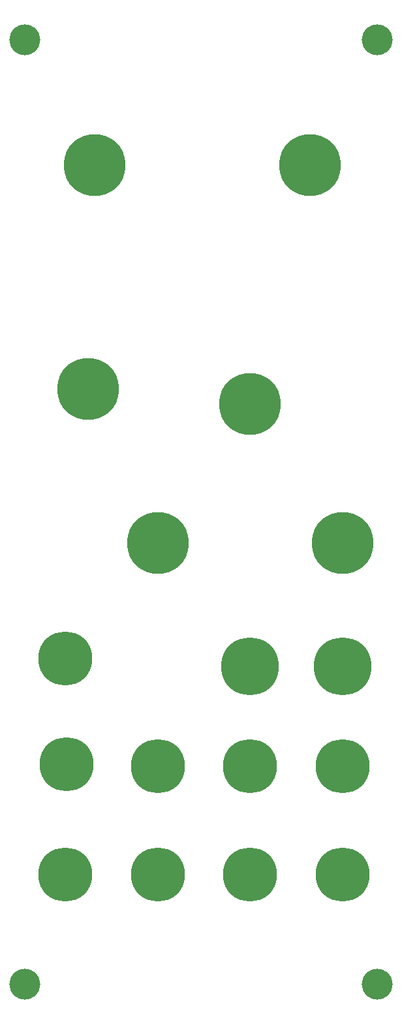
<source format=gbr>
%TF.GenerationSoftware,KiCad,Pcbnew,8.0.0*%
%TF.CreationDate,2024-05-14T17:12:12+02:00*%
%TF.ProjectId,VCO-3340-panel,56434f2d-3333-4343-902d-70616e656c2e,rev?*%
%TF.SameCoordinates,Original*%
%TF.FileFunction,Copper,L1,Top*%
%TF.FilePolarity,Positive*%
%FSLAX46Y46*%
G04 Gerber Fmt 4.6, Leading zero omitted, Abs format (unit mm)*
G04 Created by KiCad (PCBNEW 8.0.0) date 2024-05-14 17:12:12*
%MOMM*%
%LPD*%
G01*
G04 APERTURE LIST*
%TA.AperFunction,ViaPad*%
%ADD10C,4.000000*%
%TD*%
%TA.AperFunction,ViaPad*%
%ADD11C,7.000000*%
%TD*%
%TA.AperFunction,ViaPad*%
%ADD12C,8.000000*%
%TD*%
%TA.AperFunction,ViaPad*%
%ADD13C,7.500000*%
%TD*%
G04 APERTURE END LIST*
D10*
%TO.N,*%
X129820600Y-155705500D03*
X84100600Y-155705500D03*
X129820600Y-33205500D03*
X84100600Y-33205500D03*
D11*
%TO.N,GND*%
X89487198Y-127190537D03*
D12*
X125320600Y-98468200D03*
D11*
X113320600Y-141455500D03*
D12*
X92320600Y-78468200D03*
D11*
X113320600Y-127455500D03*
D13*
X125320600Y-114455500D03*
D11*
X125320600Y-127455500D03*
D12*
X121113600Y-49468200D03*
D11*
X89320600Y-141455500D03*
X89320600Y-113455500D03*
X101320600Y-127455500D03*
D12*
X93113600Y-49468200D03*
D11*
X125320600Y-141455500D03*
D12*
X113320600Y-80468200D03*
D13*
X113320600Y-114455500D03*
D11*
X101320600Y-141455500D03*
D12*
X101320600Y-98468200D03*
%TD*%
M02*

</source>
